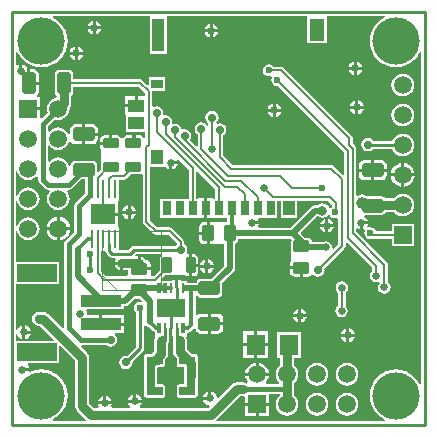
<source format=gbl>
G04 Layer_Physical_Order=2*
G04 Layer_Color=16711680*
%FSLAX24Y24*%
%MOIN*%
G70*
G01*
G75*
%ADD25R,0.0551X0.0433*%
G04:AMPARAMS|DCode=27|XSize=55.1mil|YSize=39.4mil|CornerRadius=4.9mil|HoleSize=0mil|Usage=FLASHONLY|Rotation=270.000|XOffset=0mil|YOffset=0mil|HoleType=Round|Shape=RoundedRectangle|*
%AMROUNDEDRECTD27*
21,1,0.0551,0.0295,0,0,270.0*
21,1,0.0453,0.0394,0,0,270.0*
1,1,0.0098,-0.0148,-0.0226*
1,1,0.0098,-0.0148,0.0226*
1,1,0.0098,0.0148,0.0226*
1,1,0.0098,0.0148,-0.0226*
%
%ADD27ROUNDEDRECTD27*%
G04:AMPARAMS|DCode=33|XSize=55.1mil|YSize=39.4mil|CornerRadius=4.9mil|HoleSize=0mil|Usage=FLASHONLY|Rotation=0.000|XOffset=0mil|YOffset=0mil|HoleType=Round|Shape=RoundedRectangle|*
%AMROUNDEDRECTD33*
21,1,0.0551,0.0295,0,0,0.0*
21,1,0.0453,0.0394,0,0,0.0*
1,1,0.0098,0.0226,-0.0148*
1,1,0.0098,-0.0226,-0.0148*
1,1,0.0098,-0.0226,0.0148*
1,1,0.0098,0.0226,0.0148*
%
%ADD33ROUNDEDRECTD33*%
G04:AMPARAMS|DCode=34|XSize=51.2mil|YSize=31.5mil|CornerRadius=3.9mil|HoleSize=0mil|Usage=FLASHONLY|Rotation=0.000|XOffset=0mil|YOffset=0mil|HoleType=Round|Shape=RoundedRectangle|*
%AMROUNDEDRECTD34*
21,1,0.0512,0.0236,0,0,0.0*
21,1,0.0433,0.0315,0,0,0.0*
1,1,0.0079,0.0217,-0.0118*
1,1,0.0079,-0.0217,-0.0118*
1,1,0.0079,-0.0217,0.0118*
1,1,0.0079,0.0217,0.0118*
%
%ADD34ROUNDEDRECTD34*%
%ADD36C,0.0100*%
%ADD37C,0.0300*%
%ADD38C,0.0080*%
%ADD39C,0.0200*%
%ADD40C,0.0120*%
%ADD42C,0.0000*%
%ADD43C,0.1575*%
%ADD44C,0.0591*%
%ADD45R,0.0591X0.0591*%
%ADD46R,0.0591X0.0591*%
%ADD47C,0.0256*%
%ADD48C,0.0315*%
%ADD49C,0.0236*%
%ADD50C,0.0276*%
%ADD51C,0.0394*%
%ADD52C,0.0260*%
G04:AMPARAMS|DCode=53|XSize=32mil|YSize=27.6mil|CornerRadius=0.1mil|HoleSize=0mil|Usage=FLASHONLY|Rotation=0.000|XOffset=0mil|YOffset=0mil|HoleType=Round|Shape=RoundedRectangle|*
%AMROUNDEDRECTD53*
21,1,0.0320,0.0273,0,0,0.0*
21,1,0.0317,0.0276,0,0,0.0*
1,1,0.0003,0.0158,-0.0136*
1,1,0.0003,-0.0158,-0.0136*
1,1,0.0003,-0.0158,0.0136*
1,1,0.0003,0.0158,0.0136*
%
%ADD53ROUNDEDRECTD53*%
G04:AMPARAMS|DCode=54|XSize=129.9mil|YSize=27.6mil|CornerRadius=0.1mil|HoleSize=0mil|Usage=FLASHONLY|Rotation=270.000|XOffset=0mil|YOffset=0mil|HoleType=Round|Shape=RoundedRectangle|*
%AMROUNDEDRECTD54*
21,1,0.1299,0.0273,0,0,270.0*
21,1,0.1296,0.0276,0,0,270.0*
1,1,0.0003,-0.0136,-0.0648*
1,1,0.0003,-0.0136,0.0648*
1,1,0.0003,0.0136,0.0648*
1,1,0.0003,0.0136,-0.0648*
%
%ADD54ROUNDEDRECTD54*%
G04:AMPARAMS|DCode=55|XSize=70.9mil|YSize=45.3mil|CornerRadius=5.7mil|HoleSize=0mil|Usage=FLASHONLY|Rotation=0.000|XOffset=0mil|YOffset=0mil|HoleType=Round|Shape=RoundedRectangle|*
%AMROUNDEDRECTD55*
21,1,0.0709,0.0340,0,0,0.0*
21,1,0.0595,0.0453,0,0,0.0*
1,1,0.0113,0.0298,-0.0170*
1,1,0.0113,-0.0298,-0.0170*
1,1,0.0113,-0.0298,0.0170*
1,1,0.0113,0.0298,0.0170*
%
%ADD55ROUNDEDRECTD55*%
%ADD56R,0.0630X0.0709*%
%ADD57R,0.0394X0.0472*%
%ADD58R,0.0276X0.0472*%
%ADD59R,0.0394X0.0315*%
%ADD60R,0.0394X0.1102*%
%ADD61R,0.0512X0.0748*%
%ADD62R,0.1378X0.0394*%
%ADD63R,0.1339X0.0591*%
G04:AMPARAMS|DCode=64|XSize=70.9mil|YSize=45.3mil|CornerRadius=5.7mil|HoleSize=0mil|Usage=FLASHONLY|Rotation=270.000|XOffset=0mil|YOffset=0mil|HoleType=Round|Shape=RoundedRectangle|*
%AMROUNDEDRECTD64*
21,1,0.0709,0.0340,0,0,270.0*
21,1,0.0595,0.0453,0,0,270.0*
1,1,0.0113,-0.0170,-0.0298*
1,1,0.0113,-0.0170,0.0298*
1,1,0.0113,0.0170,0.0298*
1,1,0.0113,0.0170,-0.0298*
%
%ADD64ROUNDEDRECTD64*%
%ADD65R,0.0118X0.0335*%
%ADD66R,0.0115X0.0335*%
%ADD67R,0.0110X0.0335*%
%ADD68R,0.0925X0.0622*%
G04:AMPARAMS|DCode=69|XSize=51.2mil|YSize=31.5mil|CornerRadius=3.9mil|HoleSize=0mil|Usage=FLASHONLY|Rotation=270.000|XOffset=0mil|YOffset=0mil|HoleType=Round|Shape=RoundedRectangle|*
%AMROUNDEDRECTD69*
21,1,0.0512,0.0236,0,0,270.0*
21,1,0.0433,0.0315,0,0,270.0*
1,1,0.0079,-0.0118,-0.0217*
1,1,0.0079,-0.0118,0.0217*
1,1,0.0079,0.0118,0.0217*
1,1,0.0079,0.0118,-0.0217*
%
%ADD69ROUNDEDRECTD69*%
%ADD70R,0.0787X0.0709*%
%ADD71R,0.0098X0.0610*%
%ADD72C,0.0160*%
G36*
X39349Y36266D02*
X39349Y36235D01*
Y35358D01*
X40021D01*
Y36235D01*
X40021Y36266D01*
X40063Y36285D01*
X41947D01*
X41954Y36276D01*
X41938Y36211D01*
X41839Y36158D01*
X41707Y36049D01*
X41598Y35917D01*
X41518Y35767D01*
X41468Y35603D01*
X41451Y35433D01*
X41468Y35263D01*
X41518Y35100D01*
X41598Y34949D01*
X41707Y34817D01*
X41839Y34708D01*
X41989Y34628D01*
X42153Y34578D01*
X42323Y34561D01*
X42493Y34578D01*
X42656Y34628D01*
X42807Y34708D01*
X42939Y34817D01*
X43048Y34949D01*
X43101Y35049D01*
X43166Y35064D01*
X43175Y35058D01*
Y23998D01*
X43166Y23991D01*
X43101Y24007D01*
X43048Y24106D01*
X42939Y24238D01*
X42807Y24347D01*
X42656Y24427D01*
X42493Y24477D01*
X42323Y24494D01*
X42153Y24477D01*
X41989Y24427D01*
X41839Y24347D01*
X41707Y24238D01*
X41598Y24106D01*
X41518Y23956D01*
X41468Y23792D01*
X41451Y23622D01*
X41468Y23452D01*
X41518Y23289D01*
X41598Y23138D01*
X41707Y23006D01*
X41839Y22897D01*
X41938Y22844D01*
X41954Y22779D01*
X41947Y22770D01*
X36356D01*
X36341Y22820D01*
X36343Y22822D01*
X37125Y23603D01*
X37228D01*
X37264Y23610D01*
X37302Y23579D01*
Y23378D01*
X38093D01*
Y23675D01*
X38463D01*
Y23621D01*
X38430Y23595D01*
X38370Y23517D01*
X38332Y23426D01*
X38319Y23328D01*
X38332Y23230D01*
X38370Y23139D01*
X38430Y23060D01*
X38508Y23000D01*
X38600Y22962D01*
X38698Y22949D01*
X38796Y22962D01*
X38887Y23000D01*
X38965Y23060D01*
X39025Y23139D01*
X39063Y23230D01*
X39076Y23328D01*
X39063Y23426D01*
X39025Y23517D01*
X38965Y23595D01*
X38932Y23621D01*
Y24035D01*
X38965Y24060D01*
X39025Y24139D01*
X39063Y24230D01*
X39076Y24328D01*
X39063Y24426D01*
X39025Y24517D01*
X38965Y24595D01*
X38932Y24621D01*
Y24883D01*
X39154D01*
Y25752D01*
X38364D01*
Y24883D01*
X38463D01*
Y24621D01*
X38430Y24595D01*
X38370Y24517D01*
X38332Y24426D01*
X38319Y24328D01*
X38332Y24230D01*
X38370Y24139D01*
X38430Y24060D01*
X38442Y24051D01*
X38425Y24001D01*
X37995D01*
X37993Y24007D01*
X37983Y24051D01*
X38043Y24128D01*
X38083Y24225D01*
X38090Y24278D01*
X37305D01*
X37312Y24225D01*
X37352Y24128D01*
X37381Y24091D01*
X37369Y24025D01*
X37365Y24022D01*
X37317Y24054D01*
X37228Y24072D01*
X37028D01*
X37028Y24072D01*
X36938Y24054D01*
X36862Y24004D01*
X36862Y24004D01*
X36408Y23550D01*
X36354Y23567D01*
X36342Y23627D01*
X36292Y23702D01*
X36216Y23753D01*
X36178Y23760D01*
Y23538D01*
X36128D01*
Y23488D01*
X35905D01*
X35913Y23449D01*
X35963Y23373D01*
X36039Y23323D01*
X36099Y23311D01*
X36115Y23257D01*
X36080Y23222D01*
X33805D01*
X33790Y23272D01*
X33792Y23273D01*
X33842Y23349D01*
X33850Y23388D01*
X33405D01*
X33413Y23349D01*
X33463Y23273D01*
X33465Y23272D01*
X33450Y23222D01*
X32851D01*
X32825Y23272D01*
X32842Y23299D01*
X32850Y23338D01*
X32405D01*
X32413Y23299D01*
X32431Y23272D01*
X32404Y23222D01*
X32255D01*
X32112Y23365D01*
Y24888D01*
X32112Y24888D01*
X32094Y24978D01*
X32043Y25054D01*
X31831Y25266D01*
X31832Y25275D01*
X31853Y25315D01*
X32670D01*
X32733Y25273D01*
X32818Y25256D01*
X32903Y25273D01*
X32975Y25321D01*
X33023Y25393D01*
X33040Y25478D01*
X33023Y25563D01*
X32975Y25635D01*
X32956Y25647D01*
X32971Y25697D01*
X33279D01*
Y25944D01*
X32490D01*
Y25994D01*
X32440D01*
Y26291D01*
X32066D01*
X32034Y26330D01*
X32036Y26338D01*
X32018Y26427D01*
X31999Y26455D01*
X32026Y26505D01*
X33259D01*
Y26604D01*
X33289D01*
X33360Y26618D01*
X33419Y26658D01*
X33615Y26854D01*
X33797D01*
X33864Y26788D01*
X33839Y26741D01*
X33798Y26750D01*
X33720Y26734D01*
X33655Y26691D01*
X33611Y26625D01*
X33596Y26548D01*
X33611Y26470D01*
X33655Y26405D01*
X33665Y26398D01*
Y25253D01*
X33356Y24944D01*
X33328Y24950D01*
X33243Y24933D01*
X33171Y24885D01*
X33122Y24813D01*
X33105Y24728D01*
X33122Y24643D01*
X33171Y24571D01*
X33243Y24523D01*
X33328Y24506D01*
X33413Y24523D01*
X33485Y24571D01*
X33533Y24643D01*
X33550Y24728D01*
X33544Y24757D01*
X33891Y25104D01*
X33920Y25147D01*
X33930Y25198D01*
Y25953D01*
X33980Y25968D01*
X33998Y25941D01*
X34057Y25902D01*
X34123Y25889D01*
X34241Y25771D01*
X34284Y25742D01*
X34295Y25740D01*
Y25617D01*
X34295Y25617D01*
X34295D01*
X34308Y25567D01*
X34282Y25528D01*
X34264Y25438D01*
Y25116D01*
X34229Y25081D01*
X34187Y25019D01*
X34022D01*
X33990Y25013D01*
X33963Y24995D01*
X33945Y24968D01*
X33939Y24936D01*
Y23640D01*
X33945Y23608D01*
X33963Y23581D01*
X33990Y23563D01*
X34022Y23557D01*
X34553D01*
X34585Y23563D01*
X34612Y23581D01*
X34630Y23608D01*
X34636Y23640D01*
Y23912D01*
X34630Y23944D01*
X34612Y23971D01*
X34585Y23989D01*
X34553Y23995D01*
X34378D01*
Y24551D01*
X34394Y24565D01*
X34470Y24580D01*
X34553D01*
X34585Y24587D01*
X34612Y24605D01*
X34630Y24631D01*
X34636Y24663D01*
Y24825D01*
X34664Y24853D01*
X34715Y24929D01*
X34733Y25019D01*
Y25361D01*
X34744Y25377D01*
X34751Y25413D01*
X34754Y25416D01*
X34764Y25467D01*
Y25597D01*
X34778D01*
Y25865D01*
X34878D01*
Y25597D01*
X34892D01*
Y25467D01*
X34893Y25464D01*
Y25088D01*
X34911Y24998D01*
X34962Y24922D01*
X35019Y24865D01*
Y24663D01*
X35026Y24631D01*
X35043Y24605D01*
X35070Y24587D01*
X35102Y24580D01*
X35262D01*
Y24288D01*
X35277Y24212D01*
Y23995D01*
X35102D01*
X35070Y23989D01*
X35043Y23971D01*
X35026Y23944D01*
X35019Y23912D01*
Y23640D01*
X35026Y23608D01*
X35043Y23581D01*
X35070Y23563D01*
X35102Y23557D01*
X35633D01*
X35665Y23563D01*
X35692Y23581D01*
X35710Y23608D01*
X35716Y23640D01*
Y24212D01*
X35731Y24288D01*
Y24718D01*
X35716Y24794D01*
Y24936D01*
X35710Y24968D01*
X35692Y24995D01*
X35665Y25013D01*
X35633Y25019D01*
X35528D01*
X35362Y25185D01*
Y25467D01*
X35344Y25557D01*
X35333Y25573D01*
X35357Y25617D01*
X35361D01*
Y25703D01*
X35404Y25722D01*
X35459Y25733D01*
X35505Y25764D01*
X35600Y25859D01*
X35635Y25851D01*
X35651Y25841D01*
X35662Y25786D01*
X35697Y25735D01*
X35749Y25700D01*
X35810Y25688D01*
X36058D01*
Y26017D01*
Y26347D01*
X35810D01*
X35749Y26335D01*
X35700Y26302D01*
X35683Y26306D01*
X35650Y26320D01*
Y26931D01*
X35700Y26947D01*
X35711Y26930D01*
X35757Y26900D01*
X35810Y26889D01*
X36405D01*
X36459Y26900D01*
X36504Y26930D01*
X36534Y26975D01*
X36545Y27029D01*
Y27368D01*
X36543Y27375D01*
X36912Y27743D01*
X36951Y27802D01*
X36965Y27873D01*
Y28687D01*
X36980Y28690D01*
X37023Y28718D01*
X37051Y28761D01*
X37061Y28811D01*
Y28854D01*
X38812D01*
X38848Y28818D01*
X38829Y28790D01*
X38819Y28740D01*
Y28444D01*
X38823Y28425D01*
X38823Y28425D01*
Y28108D01*
X38811Y28089D01*
X38799Y28031D01*
Y27933D01*
X39178D01*
Y27883D01*
X39228D01*
Y27584D01*
X39404D01*
X39462Y27595D01*
X39512Y27628D01*
X39518Y27639D01*
X39541Y27644D01*
X39582Y27643D01*
X39643Y27603D01*
X39728Y27586D01*
X39813Y27603D01*
X39885Y27651D01*
X39933Y27723D01*
X39950Y27808D01*
X39941Y27849D01*
X40614Y28521D01*
X40641Y28561D01*
X40650Y28608D01*
Y28717D01*
X40696Y28736D01*
X41545Y27887D01*
Y27786D01*
X41518Y27768D01*
X41472Y27699D01*
X41456Y27618D01*
X41472Y27537D01*
X41518Y27468D01*
X41586Y27422D01*
X41668Y27406D01*
X41730Y27418D01*
X41777Y27394D01*
X41786Y27387D01*
X41786Y27385D01*
X41783Y27373D01*
X41741Y27309D01*
X41725Y27228D01*
X41741Y27147D01*
X41787Y27078D01*
X41856Y27032D01*
X41937Y27016D01*
X42018Y27032D01*
X42087Y27078D01*
X42133Y27147D01*
X42149Y27228D01*
X42133Y27309D01*
X42087Y27378D01*
X42059Y27397D01*
Y27978D01*
X42050Y28025D01*
X42024Y28065D01*
X41010Y29078D01*
Y29166D01*
X41060Y29192D01*
X41089Y29173D01*
X41128Y29165D01*
Y29388D01*
X41178D01*
Y29438D01*
X41400D01*
X41392Y29477D01*
X41342Y29552D01*
X41273Y29598D01*
X41273Y29624D01*
X41281Y29648D01*
X41855D01*
X41909Y29659D01*
X41954Y29689D01*
X41984Y29734D01*
X41988Y29753D01*
X42257D01*
X42290Y29710D01*
X42368Y29650D01*
X42460Y29612D01*
X42558Y29599D01*
X42656Y29612D01*
X42747Y29650D01*
X42825Y29710D01*
X42885Y29789D01*
X42923Y29880D01*
X42936Y29978D01*
X42923Y30076D01*
X42885Y30167D01*
X42825Y30245D01*
X42747Y30306D01*
X42656Y30343D01*
X42558Y30356D01*
X42460Y30343D01*
X42368Y30306D01*
X42290Y30245D01*
X42272Y30222D01*
X41956D01*
X41954Y30226D01*
X41909Y30256D01*
X41855Y30266D01*
X41378D01*
X41347Y30290D01*
X41280Y30318D01*
X41208Y30327D01*
X41135Y30318D01*
X41068Y30290D01*
X41060Y30283D01*
X41010Y30308D01*
Y31854D01*
X41001Y31901D01*
X40974Y31941D01*
X40890Y32025D01*
Y32198D01*
X40881Y32245D01*
X40854Y32284D01*
X38589Y34549D01*
X38550Y34576D01*
X38503Y34585D01*
X38249D01*
X38235Y34605D01*
X38170Y34649D01*
X38092Y34665D01*
X38015Y34649D01*
X37950Y34605D01*
X37906Y34540D01*
X37890Y34463D01*
X37906Y34385D01*
X37950Y34320D01*
X38015Y34276D01*
X38092Y34261D01*
X38170Y34276D01*
X38173Y34278D01*
X38209Y34242D01*
X38191Y34215D01*
X38176Y34138D01*
X38191Y34060D01*
X38235Y33995D01*
X38300Y33951D01*
X38378Y33936D01*
X38402Y33941D01*
X40605Y31737D01*
Y30999D01*
X40559Y30979D01*
X40264Y31274D01*
X40224Y31301D01*
X40178Y31310D01*
X36888D01*
X36580Y31618D01*
Y32298D01*
X36615Y32321D01*
X36663Y32393D01*
X36680Y32478D01*
X36663Y32563D01*
X36615Y32635D01*
X36543Y32683D01*
X36458Y32700D01*
X36373Y32683D01*
X36345Y32725D01*
X36355Y32731D01*
X36403Y32803D01*
X36420Y32888D01*
X36403Y32973D01*
X36355Y33045D01*
X36283Y33093D01*
X36198Y33110D01*
X36113Y33093D01*
X36041Y33045D01*
X35992Y32973D01*
X35975Y32888D01*
X35992Y32803D01*
X36041Y32731D01*
X36077Y32706D01*
Y32631D01*
X36027Y32616D01*
X35995Y32665D01*
X35923Y32713D01*
X35838Y32730D01*
X35753Y32713D01*
X35681Y32665D01*
X35632Y32593D01*
X35615Y32508D01*
X35632Y32423D01*
X35681Y32351D01*
X35715Y32328D01*
Y31952D01*
X35669Y31933D01*
X35456Y32146D01*
X35490Y32197D01*
X35507Y32282D01*
X35490Y32367D01*
X35442Y32439D01*
X35370Y32487D01*
X35285Y32504D01*
X35224Y32492D01*
X35167Y32521D01*
X35163Y32543D01*
X35115Y32615D01*
X35043Y32663D01*
X34958Y32680D01*
X34905Y32669D01*
X34862Y32712D01*
X34870Y32748D01*
X34853Y32833D01*
X34805Y32905D01*
X34733Y32953D01*
X34648Y32970D01*
X34605Y32961D01*
X34563Y33004D01*
X34570Y33038D01*
X34553Y33123D01*
X34505Y33195D01*
X34433Y33243D01*
X34348Y33260D01*
X34263Y33243D01*
X34254Y33237D01*
X34210Y33261D01*
Y33758D01*
X34215Y33764D01*
X34647D01*
Y34239D01*
X34093D01*
Y33990D01*
X34047Y33971D01*
X33894Y34124D01*
X33854Y34151D01*
X33808Y34160D01*
X31577D01*
Y34336D01*
X31567Y34389D01*
X31536Y34434D01*
X31491Y34464D01*
X31438Y34475D01*
X31098D01*
X31045Y34464D01*
X31000Y34434D01*
X30970Y34389D01*
X30959Y34336D01*
Y33740D01*
X30970Y33687D01*
X31000Y33642D01*
X31034Y33619D01*
Y33561D01*
X30980Y33553D01*
X30888Y33516D01*
X30810Y33455D01*
X30750Y33377D01*
X30712Y33286D01*
X30699Y33188D01*
X30712Y33090D01*
X30723Y33064D01*
X30519Y32860D01*
X30473Y32879D01*
Y33138D01*
X30078D01*
Y33238D01*
X30473D01*
Y33583D01*
X30394D01*
X30380Y33608D01*
X30374Y33633D01*
X30404Y33679D01*
X30416Y33740D01*
Y33988D01*
X30087D01*
Y34038D01*
X30037D01*
Y34535D01*
X29992Y34602D01*
X29917Y34653D01*
X29878Y34660D01*
Y34438D01*
X29778D01*
Y34660D01*
X29739Y34653D01*
X29710Y34633D01*
X29660Y34660D01*
Y35058D01*
X29669Y35064D01*
X29734Y35049D01*
X29787Y34949D01*
X29896Y34817D01*
X30028Y34708D01*
X30178Y34628D01*
X30342Y34578D01*
X30512Y34561D01*
X30682Y34578D01*
X30845Y34628D01*
X30996Y34708D01*
X31128Y34817D01*
X31237Y34949D01*
X31317Y35100D01*
X31367Y35263D01*
X31383Y35433D01*
X31367Y35603D01*
X31317Y35767D01*
X31237Y35917D01*
X31128Y36049D01*
X30996Y36158D01*
X30896Y36211D01*
X30881Y36276D01*
X30887Y36285D01*
X34086D01*
X34129Y36266D01*
X34129Y36235D01*
Y35004D01*
X34682D01*
Y36235D01*
X34682Y36266D01*
X34725Y36285D01*
X39307D01*
X39349Y36266D01*
D02*
G37*
G36*
X33846Y31010D02*
X33885Y30983D01*
Y29418D01*
X33895Y29371D01*
X33921Y29331D01*
X34231Y29021D01*
X34271Y28995D01*
X34318Y28985D01*
X34737D01*
X35020Y28702D01*
X35016Y28645D01*
X35001Y28635D01*
X34984Y28610D01*
X33588D01*
X33537Y28600D01*
X33494Y28572D01*
X33403Y28480D01*
X33100D01*
Y29226D01*
X33071D01*
Y29618D01*
X32578D01*
Y29718D01*
X33071D01*
Y30109D01*
X33100D01*
Y30815D01*
X33271D01*
X33318Y30825D01*
X33358Y30851D01*
X33511Y31004D01*
X33794D01*
X33835Y31012D01*
X33846Y31010D01*
D02*
G37*
G36*
X40205Y29977D02*
Y29920D01*
X40152Y29884D01*
X40136Y29883D01*
X40094Y29892D01*
X40049Y29959D01*
X39970Y30011D01*
X39878Y30030D01*
X39785Y30011D01*
X39725Y29971D01*
X39638D01*
X39567Y29957D01*
X39508Y29918D01*
X38812Y29221D01*
X37751D01*
X37724Y29271D01*
X37742Y29299D01*
X37750Y29338D01*
X37528D01*
Y29438D01*
X37750D01*
X37742Y29477D01*
X37723Y29505D01*
X37750Y29555D01*
X37932D01*
Y29551D01*
X38367D01*
Y30115D01*
X38483D01*
Y29551D01*
X39037D01*
Y30115D01*
X40067D01*
X40205Y29977D01*
D02*
G37*
G36*
X29712Y31090D02*
X29750Y30999D01*
X29810Y30920D01*
X29888Y30860D01*
X29980Y30822D01*
X30078Y30809D01*
X30176Y30822D01*
X30267Y30860D01*
X30345Y30920D01*
X30357Y30936D01*
X30404Y30920D01*
Y30818D01*
X30417Y30755D01*
X30452Y30702D01*
X30627Y30528D01*
X30680Y30492D01*
X30742Y30480D01*
X30766D01*
X30790Y30430D01*
X30750Y30377D01*
X30712Y30286D01*
X30699Y30188D01*
X30712Y30090D01*
X30750Y29999D01*
X30810Y29920D01*
X30888Y29860D01*
X30980Y29822D01*
X31078Y29809D01*
X31176Y29822D01*
X31267Y29860D01*
X31345Y29920D01*
X31405Y29999D01*
X31443Y30090D01*
X31456Y30188D01*
X31443Y30286D01*
X31405Y30377D01*
X31365Y30430D01*
X31389Y30480D01*
X31423D01*
X31486Y30492D01*
X31539Y30528D01*
X31849Y30838D01*
X31965D01*
Y30366D01*
X31662Y30063D01*
X31627Y30010D01*
X31614Y29948D01*
Y29075D01*
X31312Y28773D01*
X31277Y28720D01*
X31264Y28658D01*
Y25903D01*
X31224Y25882D01*
X31216Y25881D01*
X30743Y26354D01*
X30667Y26404D01*
X30578Y26422D01*
X30428D01*
X30338Y26404D01*
X30262Y26354D01*
X30211Y26278D01*
X30193Y26188D01*
X30211Y26098D01*
X30262Y26022D01*
X30338Y25971D01*
X30428Y25953D01*
X30480D01*
X30943Y25490D01*
X30924Y25444D01*
X29660D01*
Y25658D01*
X29710Y25663D01*
X29713Y25649D01*
X29763Y25573D01*
X29839Y25523D01*
X29878Y25515D01*
Y25738D01*
Y25960D01*
X29839Y25953D01*
X29763Y25902D01*
X29713Y25827D01*
X29710Y25813D01*
X29660Y25818D01*
Y27331D01*
X31099D01*
Y28082D01*
X29660D01*
Y29101D01*
X29710Y29104D01*
X29712Y29090D01*
X29750Y28999D01*
X29810Y28920D01*
X29888Y28860D01*
X29980Y28822D01*
X30078Y28809D01*
X30176Y28822D01*
X30267Y28860D01*
X30345Y28920D01*
X30405Y28999D01*
X30443Y29090D01*
X30456Y29188D01*
X30443Y29286D01*
X30405Y29377D01*
X30345Y29455D01*
X30267Y29516D01*
X30176Y29553D01*
X30078Y29566D01*
X29980Y29553D01*
X29888Y29516D01*
X29810Y29455D01*
X29750Y29377D01*
X29712Y29286D01*
X29710Y29272D01*
X29660Y29275D01*
Y30101D01*
X29710Y30104D01*
X29712Y30090D01*
X29750Y29999D01*
X29810Y29920D01*
X29888Y29860D01*
X29980Y29822D01*
X30078Y29809D01*
X30176Y29822D01*
X30267Y29860D01*
X30345Y29920D01*
X30405Y29999D01*
X30443Y30090D01*
X30456Y30188D01*
X30443Y30286D01*
X30405Y30377D01*
X30345Y30455D01*
X30267Y30516D01*
X30176Y30553D01*
X30078Y30566D01*
X29980Y30553D01*
X29888Y30516D01*
X29810Y30455D01*
X29750Y30377D01*
X29712Y30286D01*
X29710Y30272D01*
X29660Y30275D01*
Y31101D01*
X29710Y31104D01*
X29712Y31090D01*
D02*
G37*
G36*
X34528Y28299D02*
X34527Y28295D01*
X34490Y28270D01*
X34463Y28231D01*
X34454Y28184D01*
Y27807D01*
X34257Y27610D01*
X34186D01*
X34180Y27614D01*
X34149Y27660D01*
X34156Y27694D01*
Y27792D01*
X33778D01*
Y27892D01*
X34156D01*
Y27990D01*
X34144Y28048D01*
X34112Y28097D01*
X34062Y28130D01*
X34004Y28142D01*
X33985D01*
X33943Y28204D01*
X33867Y28254D01*
X33828Y28262D01*
Y28038D01*
X33728D01*
Y28272D01*
X33660D01*
X33636Y28322D01*
X33654Y28345D01*
X34511D01*
X34528Y28299D01*
D02*
G37*
G36*
X35429Y31148D02*
Y30184D01*
X35333D01*
Y30180D01*
X34903D01*
Y30184D01*
X34467D01*
Y29551D01*
X34900D01*
Y29547D01*
X35336D01*
Y29551D01*
X35746D01*
Y29527D01*
X35934D01*
Y29863D01*
Y30200D01*
X35746D01*
Y30184D01*
X35674D01*
Y31064D01*
X35720Y31083D01*
X36295Y30508D01*
Y30184D01*
X36222D01*
Y30200D01*
X36034D01*
Y29863D01*
Y29527D01*
X36222D01*
Y29551D01*
X36633D01*
Y29547D01*
X36708D01*
Y29396D01*
X36634D01*
X36615Y29392D01*
X36615Y29392D01*
X36298D01*
X36279Y29405D01*
X36221Y29416D01*
X36123D01*
Y29038D01*
Y28659D01*
X36221D01*
X36279Y28671D01*
X36298Y28683D01*
X36598D01*
Y27949D01*
X36157Y27507D01*
X35810D01*
X35757Y27497D01*
X35711Y27467D01*
X35681Y27421D01*
X35674Y27387D01*
X35357D01*
Y27450D01*
X35180D01*
Y27470D01*
X35075D01*
Y27203D01*
X34975D01*
Y27470D01*
X34870D01*
Y27450D01*
X34509D01*
X34489Y27497D01*
X34622Y27630D01*
X34812D01*
X34859Y27639D01*
X34869Y27645D01*
X34881Y27633D01*
X35289D01*
X35309Y27620D01*
X35363Y27609D01*
X35431D01*
Y27968D01*
Y28326D01*
X35378D01*
X35355Y28360D01*
X35351Y28375D01*
X35363Y28393D01*
X35380Y28478D01*
X35363Y28563D01*
X35315Y28635D01*
X35280Y28658D01*
Y28738D01*
X35271Y28785D01*
X35244Y28824D01*
X34874Y29194D01*
X34834Y29221D01*
X34788Y29230D01*
X34368D01*
X34130Y29468D01*
Y31244D01*
X34647D01*
X34647Y31244D01*
Y31244D01*
X34657Y31231D01*
X34663Y31223D01*
X34681Y31211D01*
X34739Y31173D01*
X34778Y31165D01*
Y31388D01*
X34828D01*
Y31438D01*
X35050D01*
X35046Y31461D01*
X35092Y31485D01*
X35429Y31148D01*
D02*
G37*
G36*
X32642Y28451D02*
X32652Y28400D01*
X32681Y28357D01*
X32784Y28254D01*
X32827Y28225D01*
X32878Y28215D01*
X32959D01*
X32986Y28165D01*
X32961Y28128D01*
X32953Y28088D01*
X33178D01*
Y28038D01*
X33228D01*
Y27803D01*
X33399D01*
Y27694D01*
X33406Y27660D01*
X33375Y27614D01*
X33369Y27610D01*
X32658D01*
X32503Y27765D01*
Y28456D01*
X32642D01*
Y28451D01*
D02*
G37*
G36*
X40121Y29634D02*
X40147Y29595D01*
X40212Y29551D01*
X40289Y29536D01*
X40355Y29549D01*
X40405Y29521D01*
Y28658D01*
X40250Y28503D01*
X40204Y28528D01*
X40210Y28558D01*
X40193Y28639D01*
X40147Y28708D01*
X40079Y28754D01*
X39998Y28770D01*
X39916Y28754D01*
X39898Y28741D01*
X39535D01*
X39526Y28790D01*
X39497Y28833D01*
X39454Y28861D01*
X39404Y28872D01*
X39313D01*
X39172Y29013D01*
Y29063D01*
X39714Y29604D01*
X39725D01*
X39785Y29564D01*
X39878Y29546D01*
X39970Y29564D01*
X40049Y29617D01*
X40061Y29635D01*
X40121Y29634D01*
D02*
G37*
G36*
X33965Y33707D02*
Y33600D01*
X33728D01*
Y33283D01*
X33678D01*
Y33233D01*
X33302D01*
Y32967D01*
X33322D01*
Y32396D01*
X33965D01*
Y32234D01*
X33915Y32219D01*
X33895Y32250D01*
X33848Y32281D01*
X33794Y32292D01*
X33678D01*
Y32038D01*
X33628D01*
Y32032D01*
X33528D01*
Y32292D01*
X33361D01*
X33307Y32281D01*
X33261Y32250D01*
X33230Y32204D01*
X33228Y32195D01*
X33177D01*
X33175Y32204D01*
X33145Y32250D01*
X33098Y32281D01*
X33044Y32292D01*
X32878D01*
Y32032D01*
X32828D01*
Y31981D01*
X32469D01*
Y31913D01*
X32480Y31859D01*
X32493Y31839D01*
Y31431D01*
X32505Y31419D01*
X32499Y31409D01*
X32489Y31362D01*
Y31163D01*
X32411Y31084D01*
X32365Y31103D01*
Y31317D01*
X32354Y31370D01*
X32324Y31416D01*
X32279Y31446D01*
X32225Y31456D01*
X31630D01*
X31577Y31446D01*
X31531Y31416D01*
X31501Y31370D01*
X31491Y31317D01*
Y31296D01*
X31443Y31286D01*
X31405Y31377D01*
X31345Y31455D01*
X31267Y31516D01*
X31176Y31553D01*
X31078Y31566D01*
X30980Y31553D01*
X30888Y31516D01*
X30810Y31455D01*
X30781Y31417D01*
X30731Y31434D01*
Y31941D01*
X30781Y31958D01*
X30810Y31920D01*
X30888Y31860D01*
X30980Y31822D01*
X31078Y31809D01*
X31176Y31822D01*
X31267Y31860D01*
X31345Y31920D01*
X31405Y31999D01*
X31439Y32079D01*
X31476Y32085D01*
X31492Y32083D01*
X31517Y32046D01*
X31569Y32011D01*
X31630Y31999D01*
X31878D01*
Y32328D01*
Y32658D01*
X31630D01*
X31569Y32646D01*
X31517Y32611D01*
X31482Y32559D01*
X31470Y32498D01*
Y32351D01*
X31420Y32341D01*
X31405Y32377D01*
X31345Y32455D01*
X31267Y32516D01*
X31176Y32553D01*
X31078Y32566D01*
X30980Y32553D01*
X30888Y32516D01*
X30810Y32455D01*
X30781Y32417D01*
X30731Y32434D01*
Y32610D01*
X30953Y32833D01*
X30980Y32822D01*
X31078Y32809D01*
X31176Y32822D01*
X31267Y32860D01*
X31345Y32920D01*
X31405Y32999D01*
X31443Y33090D01*
X31456Y33188D01*
X31450Y33236D01*
X31485Y33289D01*
X31503Y33378D01*
Y33619D01*
X31536Y33642D01*
X31567Y33687D01*
X31577Y33740D01*
Y33915D01*
X33757D01*
X33965Y33707D01*
D02*
G37*
G36*
X31643Y24791D02*
Y23268D01*
X31661Y23178D01*
X31712Y23102D01*
X31992Y22822D01*
X31994Y22820D01*
X31979Y22770D01*
X30887D01*
X30881Y22779D01*
X30896Y22844D01*
X30996Y22897D01*
X31128Y23006D01*
X31237Y23138D01*
X31317Y23289D01*
X31367Y23452D01*
X31383Y23622D01*
X31367Y23792D01*
X31317Y23956D01*
X31237Y24106D01*
X31128Y24238D01*
X30996Y24347D01*
X30845Y24427D01*
X30682Y24477D01*
X30512Y24494D01*
X30342Y24477D01*
X30178Y24427D01*
X30145Y24410D01*
X30108Y24438D01*
X29878D01*
Y24538D01*
X30100D01*
X30092Y24577D01*
X30048Y24644D01*
X30063Y24694D01*
X31099D01*
Y25269D01*
X31145Y25289D01*
X31643Y24791D01*
D02*
G37*
%LPC*%
G36*
X35741Y27918D02*
X35531D01*
Y27609D01*
X35599D01*
X35654Y27620D01*
X35700Y27651D01*
X35731Y27697D01*
X35741Y27751D01*
Y27918D01*
D02*
G37*
G36*
X39350Y26238D02*
X39178D01*
Y26065D01*
X39216Y26073D01*
X39292Y26123D01*
X39342Y26199D01*
X39350Y26238D01*
D02*
G37*
G36*
X36405Y26347D02*
X36158D01*
Y26067D01*
X36565D01*
Y26187D01*
X36553Y26248D01*
X36518Y26300D01*
X36466Y26335D01*
X36405Y26347D01*
D02*
G37*
G36*
X39078Y26510D02*
X39039Y26503D01*
X38963Y26452D01*
X38913Y26377D01*
X38905Y26338D01*
X39078D01*
Y26510D01*
D02*
G37*
G36*
X39178D02*
Y26338D01*
X39350D01*
X39342Y26377D01*
X39292Y26452D01*
X39216Y26503D01*
X39178Y26510D01*
D02*
G37*
G36*
X39128Y27833D02*
X38799D01*
Y27736D01*
X38811Y27678D01*
X38844Y27628D01*
X38893Y27595D01*
X38951Y27584D01*
X39128D01*
Y27833D01*
D02*
G37*
G36*
X40528Y27430D02*
X40446Y27414D01*
X40378Y27368D01*
X40332Y27299D01*
X40316Y27218D01*
X40332Y27137D01*
X40378Y27068D01*
X40405Y27049D01*
Y26616D01*
X40368Y26591D01*
X40322Y26522D01*
X40306Y26441D01*
X40322Y26360D01*
X40368Y26291D01*
X40436Y26245D01*
X40518Y26229D01*
X40599Y26245D01*
X40667Y26291D01*
X40713Y26360D01*
X40730Y26441D01*
X40713Y26522D01*
X40667Y26591D01*
X40650Y26603D01*
Y27049D01*
X40677Y27068D01*
X40723Y27137D01*
X40740Y27218D01*
X40723Y27299D01*
X40677Y27368D01*
X40609Y27414D01*
X40528Y27430D01*
D02*
G37*
G36*
X35978Y27888D02*
X35805D01*
X35813Y27849D01*
X35863Y27773D01*
X35939Y27723D01*
X35978Y27715D01*
Y27888D01*
D02*
G37*
G36*
X31470Y29138D02*
X31128D01*
Y28796D01*
X31181Y28803D01*
X31277Y28843D01*
X31359Y28906D01*
X31423Y28988D01*
X31463Y29085D01*
X31470Y29138D01*
D02*
G37*
G36*
X31028D02*
X30685D01*
X30692Y29085D01*
X30732Y28988D01*
X30796Y28906D01*
X30878Y28843D01*
X30974Y28803D01*
X31028Y28796D01*
Y29138D01*
D02*
G37*
G36*
X39978Y29238D02*
X39805D01*
X39813Y29199D01*
X39863Y29123D01*
X39939Y29073D01*
X39978Y29065D01*
Y29238D01*
D02*
G37*
G36*
X36023Y29416D02*
X35926D01*
X35867Y29405D01*
X35818Y29372D01*
X35785Y29322D01*
X35773Y29264D01*
Y29088D01*
X36023D01*
Y29416D01*
D02*
G37*
G36*
X40250Y29238D02*
X40078D01*
Y29065D01*
X40117Y29073D01*
X40192Y29123D01*
X40242Y29199D01*
X40250Y29238D01*
D02*
G37*
G36*
X36023Y28988D02*
X35773D01*
Y28811D01*
X35785Y28753D01*
X35818Y28704D01*
X35867Y28671D01*
X35926Y28659D01*
X36023D01*
Y28988D01*
D02*
G37*
G36*
X33128Y27988D02*
X32953D01*
X32961Y27948D01*
X33012Y27872D01*
X33088Y27821D01*
X33128Y27813D01*
Y27988D01*
D02*
G37*
G36*
X36250Y27888D02*
X36078D01*
Y27715D01*
X36116Y27723D01*
X36192Y27773D01*
X36242Y27849D01*
X36250Y27888D01*
D02*
G37*
G36*
X35978Y28160D02*
X35939Y28153D01*
X35863Y28102D01*
X35813Y28027D01*
X35805Y27988D01*
X35978D01*
Y28160D01*
D02*
G37*
G36*
X35599Y28326D02*
X35531D01*
Y28018D01*
X35741D01*
Y28184D01*
X35731Y28239D01*
X35700Y28285D01*
X35654Y28316D01*
X35599Y28326D01*
D02*
G37*
G36*
X36078Y28160D02*
Y27988D01*
X36250D01*
X36242Y28027D01*
X36192Y28102D01*
X36116Y28153D01*
X36078Y28160D01*
D02*
G37*
G36*
X39698Y24706D02*
X39600Y24693D01*
X39508Y24656D01*
X39430Y24595D01*
X39370Y24517D01*
X39332Y24426D01*
X39319Y24328D01*
X39332Y24230D01*
X39370Y24139D01*
X39430Y24060D01*
X39508Y24000D01*
X39600Y23962D01*
X39698Y23949D01*
X39796Y23962D01*
X39887Y24000D01*
X39965Y24060D01*
X40025Y24139D01*
X40063Y24230D01*
X40076Y24328D01*
X40063Y24426D01*
X40025Y24517D01*
X39965Y24595D01*
X39887Y24656D01*
X39796Y24693D01*
X39698Y24706D01*
D02*
G37*
G36*
X36078Y23760D02*
X36039Y23753D01*
X35963Y23702D01*
X35913Y23627D01*
X35905Y23588D01*
X36078D01*
Y23760D01*
D02*
G37*
G36*
X33678Y23660D02*
Y23488D01*
X33850D01*
X33842Y23527D01*
X33792Y23602D01*
X33716Y23653D01*
X33678Y23660D01*
D02*
G37*
G36*
X37748Y24720D02*
Y24378D01*
X38090D01*
X38083Y24431D01*
X38043Y24527D01*
X37979Y24610D01*
X37897Y24673D01*
X37801Y24713D01*
X37748Y24720D01*
D02*
G37*
G36*
X37648D02*
X37594Y24713D01*
X37498Y24673D01*
X37416Y24610D01*
X37352Y24527D01*
X37312Y24431D01*
X37305Y24378D01*
X37648D01*
Y24720D01*
D02*
G37*
G36*
X40698Y24706D02*
X40600Y24693D01*
X40508Y24656D01*
X40430Y24595D01*
X40370Y24517D01*
X40332Y24426D01*
X40319Y24328D01*
X40332Y24230D01*
X40370Y24139D01*
X40430Y24060D01*
X40508Y24000D01*
X40600Y23962D01*
X40698Y23949D01*
X40796Y23962D01*
X40887Y24000D01*
X40965Y24060D01*
X41025Y24139D01*
X41063Y24230D01*
X41076Y24328D01*
X41063Y24426D01*
X41025Y24517D01*
X40965Y24595D01*
X40887Y24656D01*
X40796Y24693D01*
X40698Y24706D01*
D02*
G37*
G36*
X33578Y23660D02*
X33539Y23653D01*
X33463Y23602D01*
X33413Y23527D01*
X33405Y23488D01*
X33578D01*
Y23660D01*
D02*
G37*
G36*
X39698Y23706D02*
X39600Y23693D01*
X39508Y23656D01*
X39430Y23595D01*
X39370Y23517D01*
X39332Y23426D01*
X39319Y23328D01*
X39332Y23230D01*
X39370Y23139D01*
X39430Y23060D01*
X39508Y23000D01*
X39600Y22962D01*
X39698Y22949D01*
X39796Y22962D01*
X39887Y23000D01*
X39965Y23060D01*
X40025Y23139D01*
X40063Y23230D01*
X40076Y23328D01*
X40063Y23426D01*
X40025Y23517D01*
X39965Y23595D01*
X39887Y23656D01*
X39796Y23693D01*
X39698Y23706D01*
D02*
G37*
G36*
X38093Y23278D02*
X37748D01*
Y22933D01*
X38093D01*
Y23278D01*
D02*
G37*
G36*
X37648D02*
X37302D01*
Y22933D01*
X37648D01*
Y23278D01*
D02*
G37*
G36*
X32678Y23610D02*
Y23438D01*
X32850D01*
X32842Y23477D01*
X32792Y23552D01*
X32717Y23603D01*
X32678Y23610D01*
D02*
G37*
G36*
X32578D02*
X32539Y23603D01*
X32463Y23552D01*
X32413Y23477D01*
X32405Y23438D01*
X32578D01*
Y23610D01*
D02*
G37*
G36*
X40698Y23706D02*
X40600Y23693D01*
X40508Y23656D01*
X40430Y23595D01*
X40370Y23517D01*
X40332Y23426D01*
X40319Y23328D01*
X40332Y23230D01*
X40370Y23139D01*
X40430Y23060D01*
X40508Y23000D01*
X40600Y22962D01*
X40698Y22949D01*
X40796Y22962D01*
X40887Y23000D01*
X40965Y23060D01*
X41025Y23139D01*
X41063Y23230D01*
X41076Y23328D01*
X41063Y23426D01*
X41025Y23517D01*
X40965Y23595D01*
X40887Y23656D01*
X40796Y23693D01*
X40698Y23706D01*
D02*
G37*
G36*
X36565Y25967D02*
X36158D01*
Y25688D01*
X36405D01*
X36466Y25700D01*
X36518Y25735D01*
X36553Y25786D01*
X36565Y25847D01*
Y25967D01*
D02*
G37*
G36*
X40778Y25860D02*
Y25688D01*
X40950D01*
X40942Y25727D01*
X40892Y25802D01*
X40816Y25853D01*
X40778Y25860D01*
D02*
G37*
G36*
X40678D02*
X40639Y25853D01*
X40563Y25802D01*
X40513Y25727D01*
X40505Y25688D01*
X40678D01*
Y25860D01*
D02*
G37*
G36*
X39078Y26238D02*
X38905D01*
X38913Y26199D01*
X38963Y26123D01*
X39039Y26073D01*
X39078Y26065D01*
Y26238D01*
D02*
G37*
G36*
X33279Y26291D02*
X32540D01*
Y26044D01*
X33279D01*
Y26291D01*
D02*
G37*
G36*
X29978Y25960D02*
Y25788D01*
X30150D01*
X30142Y25827D01*
X30092Y25902D01*
X30017Y25953D01*
X29978Y25960D01*
D02*
G37*
G36*
X30150Y25688D02*
X29978D01*
Y25515D01*
X30017Y25523D01*
X30092Y25573D01*
X30142Y25649D01*
X30150Y25688D01*
D02*
G37*
G36*
X37606Y25772D02*
X37241D01*
Y25368D01*
X37606D01*
Y25772D01*
D02*
G37*
G36*
X38071Y25268D02*
X37706D01*
Y24863D01*
X38071D01*
Y25268D01*
D02*
G37*
G36*
X37606D02*
X37241D01*
Y24863D01*
X37606D01*
Y25268D01*
D02*
G37*
G36*
X40950Y25588D02*
X40778D01*
Y25415D01*
X40816Y25423D01*
X40892Y25473D01*
X40942Y25549D01*
X40950Y25588D01*
D02*
G37*
G36*
X40678D02*
X40505D01*
X40513Y25549D01*
X40563Y25473D01*
X40639Y25423D01*
X40678Y25415D01*
Y25588D01*
D02*
G37*
G36*
X38071Y25772D02*
X37706D01*
Y25368D01*
X38071D01*
Y25772D01*
D02*
G37*
G36*
X42933Y29353D02*
X42182D01*
Y29100D01*
X41667D01*
X41664Y29115D01*
X41620Y29181D01*
X41555Y29224D01*
X41478Y29240D01*
X41403Y29225D01*
X41395Y29231D01*
X41369Y29263D01*
X41392Y29299D01*
X41400Y29338D01*
X41228D01*
Y29165D01*
X41266Y29173D01*
X41272Y29177D01*
X41308Y29141D01*
X41291Y29115D01*
X41276Y29038D01*
X41291Y28960D01*
X41335Y28895D01*
X41400Y28851D01*
X41478Y28836D01*
X41555Y28851D01*
X41561Y28855D01*
X42182D01*
Y28603D01*
X42933D01*
Y29353D01*
D02*
G37*
G36*
X40928Y34488D02*
X40755D01*
X40763Y34449D01*
X40813Y34373D01*
X40889Y34323D01*
X40928Y34315D01*
Y34488D01*
D02*
G37*
G36*
X30257Y34495D02*
X30137D01*
Y34088D01*
X30416D01*
Y34336D01*
X30404Y34397D01*
X30370Y34448D01*
X30318Y34483D01*
X30257Y34495D01*
D02*
G37*
G36*
X42558Y34356D02*
X42460Y34343D01*
X42368Y34306D01*
X42290Y34245D01*
X42230Y34167D01*
X42192Y34076D01*
X42179Y33978D01*
X42192Y33880D01*
X42230Y33789D01*
X42290Y33710D01*
X42368Y33650D01*
X42460Y33612D01*
X42558Y33599D01*
X42656Y33612D01*
X42747Y33650D01*
X42825Y33710D01*
X42885Y33789D01*
X42923Y33880D01*
X42936Y33978D01*
X42923Y34076D01*
X42885Y34167D01*
X42825Y34245D01*
X42747Y34306D01*
X42656Y34343D01*
X42558Y34356D01*
D02*
G37*
G36*
X41028Y34760D02*
Y34588D01*
X41200D01*
X41192Y34627D01*
X41142Y34702D01*
X41066Y34753D01*
X41028Y34760D01*
D02*
G37*
G36*
X40928D02*
X40889Y34753D01*
X40813Y34702D01*
X40763Y34627D01*
X40755Y34588D01*
X40928D01*
Y34760D01*
D02*
G37*
G36*
X41200Y34488D02*
X41028D01*
Y34315D01*
X41066Y34323D01*
X41142Y34373D01*
X41192Y34449D01*
X41200Y34488D01*
D02*
G37*
G36*
X38328Y33356D02*
Y33183D01*
X38500D01*
X38492Y33222D01*
X38442Y33297D01*
X38366Y33348D01*
X38328Y33356D01*
D02*
G37*
G36*
X38228D02*
X38189Y33348D01*
X38113Y33297D01*
X38063Y33222D01*
X38055Y33183D01*
X38228D01*
Y33356D01*
D02*
G37*
G36*
X41250Y33188D02*
X41078D01*
Y33015D01*
X41116Y33023D01*
X41192Y33073D01*
X41242Y33149D01*
X41250Y33188D01*
D02*
G37*
G36*
X33628Y33600D02*
X33302D01*
Y33333D01*
X33628D01*
Y33600D01*
D02*
G37*
G36*
X41078Y33460D02*
Y33288D01*
X41250D01*
X41242Y33327D01*
X41192Y33402D01*
X41116Y33453D01*
X41078Y33460D01*
D02*
G37*
G36*
X40978D02*
X40939Y33453D01*
X40863Y33402D01*
X40813Y33327D01*
X40805Y33288D01*
X40978D01*
Y33460D01*
D02*
G37*
G36*
X36128Y36010D02*
X36089Y36003D01*
X36013Y35952D01*
X35963Y35877D01*
X35955Y35838D01*
X36128D01*
Y36010D01*
D02*
G37*
G36*
X32500Y35838D02*
X32328D01*
Y35665D01*
X32366Y35673D01*
X32442Y35723D01*
X32492Y35799D01*
X32500Y35838D01*
D02*
G37*
G36*
X32228D02*
X32055D01*
X32063Y35799D01*
X32113Y35723D01*
X32189Y35673D01*
X32228Y35665D01*
Y35838D01*
D02*
G37*
G36*
X32328Y36110D02*
Y35938D01*
X32500D01*
X32492Y35977D01*
X32442Y36052D01*
X32366Y36103D01*
X32328Y36110D01*
D02*
G37*
G36*
X32228D02*
X32189Y36103D01*
X32113Y36052D01*
X32063Y35977D01*
X32055Y35938D01*
X32228D01*
Y36110D01*
D02*
G37*
G36*
X36228Y36010D02*
Y35838D01*
X36400D01*
X36392Y35877D01*
X36342Y35952D01*
X36267Y36003D01*
X36228Y36010D01*
D02*
G37*
G36*
X31628Y35260D02*
X31589Y35253D01*
X31513Y35202D01*
X31463Y35127D01*
X31455Y35088D01*
X31628D01*
Y35260D01*
D02*
G37*
G36*
X31900Y34988D02*
X31728D01*
Y34815D01*
X31767Y34823D01*
X31842Y34873D01*
X31892Y34949D01*
X31900Y34988D01*
D02*
G37*
G36*
X31628D02*
X31455D01*
X31463Y34949D01*
X31513Y34873D01*
X31589Y34823D01*
X31628Y34815D01*
Y34988D01*
D02*
G37*
G36*
X36400Y35738D02*
X36228D01*
Y35565D01*
X36267Y35573D01*
X36342Y35623D01*
X36392Y35699D01*
X36400Y35738D01*
D02*
G37*
G36*
X36128D02*
X35955D01*
X35963Y35699D01*
X36013Y35623D01*
X36089Y35573D01*
X36128Y35565D01*
Y35738D01*
D02*
G37*
G36*
X31728Y35260D02*
Y35088D01*
X31900D01*
X31892Y35127D01*
X31842Y35202D01*
X31767Y35253D01*
X31728Y35260D01*
D02*
G37*
G36*
X40978Y33188D02*
X40805D01*
X40813Y33149D01*
X40863Y33073D01*
X40939Y33023D01*
X40978Y33015D01*
Y33188D01*
D02*
G37*
G36*
X42508Y30928D02*
X42165D01*
X42172Y30875D01*
X42212Y30778D01*
X42276Y30696D01*
X42358Y30633D01*
X42454Y30593D01*
X42508Y30586D01*
Y30928D01*
D02*
G37*
G36*
X33482Y29960D02*
Y29788D01*
X33655D01*
X33647Y29827D01*
X33597Y29902D01*
X33521Y29953D01*
X33482Y29960D01*
D02*
G37*
G36*
X33382D02*
X33343Y29953D01*
X33268Y29902D01*
X33218Y29827D01*
X33210Y29788D01*
X33382D01*
Y29960D01*
D02*
G37*
G36*
X42015Y31088D02*
X41608D01*
Y30809D01*
X41855D01*
X41916Y30821D01*
X41968Y30856D01*
X42003Y30907D01*
X42015Y30969D01*
Y31088D01*
D02*
G37*
G36*
X41508D02*
X41100D01*
Y30969D01*
X41112Y30907D01*
X41147Y30856D01*
X41199Y30821D01*
X41260Y30809D01*
X41508D01*
Y31088D01*
D02*
G37*
G36*
X42950Y30928D02*
X42608D01*
Y30586D01*
X42661Y30593D01*
X42757Y30633D01*
X42839Y30696D01*
X42903Y30778D01*
X42943Y30875D01*
X42950Y30928D01*
D02*
G37*
G36*
X39978Y29510D02*
X39939Y29503D01*
X39863Y29452D01*
X39813Y29377D01*
X39805Y29338D01*
X39978D01*
Y29510D01*
D02*
G37*
G36*
X31128Y29580D02*
Y29238D01*
X31470D01*
X31463Y29291D01*
X31423Y29387D01*
X31359Y29470D01*
X31277Y29533D01*
X31181Y29573D01*
X31128Y29580D01*
D02*
G37*
G36*
X31028D02*
X30974Y29573D01*
X30878Y29533D01*
X30796Y29470D01*
X30732Y29387D01*
X30692Y29291D01*
X30685Y29238D01*
X31028D01*
Y29580D01*
D02*
G37*
G36*
X33655Y29688D02*
X33482D01*
Y29515D01*
X33521Y29523D01*
X33597Y29573D01*
X33647Y29649D01*
X33655Y29688D01*
D02*
G37*
G36*
X33382D02*
X33210D01*
X33218Y29649D01*
X33268Y29573D01*
X33343Y29523D01*
X33382Y29515D01*
Y29688D01*
D02*
G37*
G36*
X40078Y29510D02*
Y29338D01*
X40250D01*
X40242Y29377D01*
X40192Y29452D01*
X40117Y29503D01*
X40078Y29510D01*
D02*
G37*
G36*
X32225Y32658D02*
X31978D01*
Y32378D01*
X32385D01*
Y32498D01*
X32373Y32559D01*
X32338Y32611D01*
X32286Y32646D01*
X32225Y32658D01*
D02*
G37*
G36*
X42558Y32356D02*
X42460Y32343D01*
X42368Y32306D01*
X42290Y32245D01*
X42230Y32167D01*
X42210Y32120D01*
X41571D01*
X41555Y32145D01*
X41483Y32193D01*
X41398Y32210D01*
X41313Y32193D01*
X41241Y32145D01*
X41192Y32073D01*
X41175Y31988D01*
X41192Y31903D01*
X41241Y31831D01*
X41313Y31783D01*
X41398Y31766D01*
X41483Y31783D01*
X41555Y31831D01*
X41571Y31855D01*
X42202D01*
X42230Y31789D01*
X42290Y31710D01*
X42368Y31650D01*
X42460Y31612D01*
X42558Y31599D01*
X42656Y31612D01*
X42747Y31650D01*
X42825Y31710D01*
X42885Y31789D01*
X42923Y31880D01*
X42936Y31978D01*
X42923Y32076D01*
X42885Y32167D01*
X42825Y32245D01*
X42747Y32306D01*
X42656Y32343D01*
X42558Y32356D01*
D02*
G37*
G36*
X32778Y32292D02*
X32611D01*
X32557Y32281D01*
X32511Y32250D01*
X32480Y32204D01*
X32469Y32150D01*
Y32081D01*
X32778D01*
Y32292D01*
D02*
G37*
G36*
X38500Y33083D02*
X38328D01*
Y32911D01*
X38366Y32918D01*
X38442Y32969D01*
X38492Y33044D01*
X38500Y33083D01*
D02*
G37*
G36*
X38228D02*
X38055D01*
X38063Y33044D01*
X38113Y32969D01*
X38189Y32918D01*
X38228Y32911D01*
Y33083D01*
D02*
G37*
G36*
X42558Y33356D02*
X42460Y33343D01*
X42368Y33306D01*
X42290Y33245D01*
X42230Y33167D01*
X42192Y33076D01*
X42179Y32978D01*
X42192Y32880D01*
X42230Y32789D01*
X42290Y32710D01*
X42368Y32650D01*
X42460Y32612D01*
X42558Y32599D01*
X42656Y32612D01*
X42747Y32650D01*
X42825Y32710D01*
X42885Y32789D01*
X42923Y32880D01*
X42936Y32978D01*
X42923Y33076D01*
X42885Y33167D01*
X42825Y33245D01*
X42747Y33306D01*
X42656Y33343D01*
X42558Y33356D01*
D02*
G37*
G36*
X35050Y31338D02*
X34878D01*
Y31165D01*
X34917Y31173D01*
X34992Y31223D01*
X35042Y31299D01*
X35050Y31338D01*
D02*
G37*
G36*
X42608Y31370D02*
Y31028D01*
X42950D01*
X42943Y31081D01*
X42903Y31177D01*
X42839Y31260D01*
X42757Y31323D01*
X42661Y31363D01*
X42608Y31370D01*
D02*
G37*
G36*
X42508D02*
X42454Y31363D01*
X42358Y31323D01*
X42276Y31260D01*
X42212Y31177D01*
X42172Y31081D01*
X42165Y31028D01*
X42508D01*
Y31370D01*
D02*
G37*
G36*
X32385Y32278D02*
X31978D01*
Y31999D01*
X32225D01*
X32286Y32011D01*
X32338Y32046D01*
X32373Y32097D01*
X32385Y32159D01*
Y32278D01*
D02*
G37*
G36*
X41855Y31468D02*
X41608D01*
Y31188D01*
X42015D01*
Y31308D01*
X42003Y31369D01*
X41968Y31421D01*
X41916Y31456D01*
X41855Y31468D01*
D02*
G37*
G36*
X41508D02*
X41260D01*
X41199Y31456D01*
X41147Y31421D01*
X41112Y31369D01*
X41100Y31308D01*
Y31188D01*
X41508D01*
Y31468D01*
D02*
G37*
%LPD*%
D25*
X33678Y33283D02*
D03*
Y32693D02*
D03*
D27*
X36073Y29038D02*
D03*
X36782D02*
D03*
D33*
X39178Y27883D02*
D03*
Y28592D02*
D03*
X33778Y27842D02*
D03*
Y27133D02*
D03*
D34*
X32828Y32032D02*
D03*
Y31244D02*
D03*
X33578Y32032D02*
D03*
Y31244D02*
D03*
D36*
X35025Y25467D02*
Y25865D01*
X34631Y25467D02*
Y25865D01*
X34105Y24510D02*
X34394Y24800D01*
X32878Y28348D02*
X33458D01*
X33588Y28478D01*
X35158D01*
X32774Y28451D02*
X32878Y28348D01*
X32774Y28451D02*
Y28661D01*
X35112Y26538D02*
Y26644D01*
X35025Y26731D02*
X35112Y26644D01*
X35025Y26731D02*
Y27203D01*
X32118Y27808D02*
Y28338D01*
X41398Y31988D02*
X42628D01*
X34128Y26071D02*
X34334Y25865D01*
X34434D01*
X34828D02*
Y26534D01*
X33328Y24728D02*
X33798Y25198D01*
Y26548D01*
X29528Y36417D02*
X43307D01*
Y22638D02*
Y36417D01*
X29528Y22638D02*
Y36417D01*
Y22638D02*
X43307D01*
D37*
X35128Y25088D02*
X35497Y24718D01*
X35128Y25088D02*
Y25467D01*
X35497Y24288D02*
Y24718D01*
X34499Y25438D02*
X34528Y25467D01*
X34499Y25019D02*
Y25438D01*
X34394Y24915D02*
X34499Y25019D01*
X34394Y24800D02*
Y24915D01*
X33178Y28038D02*
X33778D01*
X31878Y23268D02*
Y24888D01*
X30578Y26188D02*
X31878Y24888D01*
X30428Y26188D02*
X30578D01*
X38698Y23838D02*
Y24328D01*
Y23328D02*
Y23838D01*
X37028D02*
X37228D01*
X36178Y22988D02*
X37028Y23838D01*
X32158Y22988D02*
X36178D01*
X31878Y23268D02*
X32158Y22988D01*
X38698Y24328D02*
Y25257D01*
Y23238D02*
Y23328D01*
Y25257D02*
X38759Y25318D01*
X41562Y29891D02*
X41659Y29988D01*
X42628D01*
X31078Y33188D02*
X31268Y33378D01*
Y34038D01*
D38*
X38878Y30538D02*
X39878D01*
X38468Y30948D02*
X38878Y30538D01*
X36728Y30948D02*
X38468D01*
X32578Y29668D02*
Y30315D01*
Y29488D02*
Y29668D01*
X41478Y29038D02*
X41538Y28978D01*
X42558D01*
X40289Y29738D02*
X40328Y29776D01*
X40289Y29738D02*
X40328D01*
Y29776D02*
Y30028D01*
X40118Y30238D02*
X40328Y30028D01*
X40178Y31188D02*
X40528Y30838D01*
Y28608D02*
Y30838D01*
X39728Y27808D02*
X40528Y28608D01*
X40728Y28878D02*
X41668Y27938D01*
X40728Y28878D02*
Y31788D01*
X40888Y29028D02*
Y31854D01*
Y29028D02*
X41937Y27978D01*
X40768Y31974D02*
X40888Y31854D01*
X38378Y34138D02*
X40728Y31788D01*
X40768Y31974D02*
Y32198D01*
X38503Y34463D02*
X40768Y32198D01*
X38228Y30238D02*
X40118D01*
X37928Y30538D02*
X38228Y30238D01*
X36838Y31188D02*
X40178D01*
X36458Y31568D02*
X36838Y31188D01*
X34088Y31988D02*
Y33758D01*
X33808Y34038D02*
X34088Y33758D01*
X31268Y34038D02*
X33808D01*
X35158Y28478D02*
Y28738D01*
X34788Y29108D02*
X35158Y28738D01*
X34318Y29108D02*
X34788D01*
X34008Y29418D02*
X34318Y29108D01*
X34008Y29418D02*
Y31908D01*
X34088Y31988D01*
X36198Y32888D02*
X36200Y32886D01*
Y31836D02*
Y32886D01*
Y31836D02*
X36208Y31828D01*
X35838Y31838D02*
X36728Y30948D01*
X35838Y31838D02*
Y32508D01*
X36458Y31568D02*
Y32478D01*
X34958Y32245D02*
Y32458D01*
Y32245D02*
X36615Y30588D01*
X35285Y32144D02*
X36641Y30788D01*
X35285Y32144D02*
Y32282D01*
X34648Y32328D02*
X36417Y30559D01*
X34348Y32402D02*
X35551Y31199D01*
X34648Y32328D02*
Y32748D01*
X34348Y32402D02*
Y33038D01*
X41668Y27618D02*
Y27938D01*
X41937Y27228D02*
Y27978D01*
X38092Y34463D02*
X38503D01*
X40518Y26441D02*
X40528Y26451D01*
Y27218D01*
X32381Y27715D02*
Y28661D01*
X32744Y31244D02*
X32828D01*
X32381Y30881D02*
X32744Y31244D01*
X32381Y30315D02*
Y30881D01*
X33271Y30938D02*
X33578Y31244D01*
X32868Y30938D02*
X33271D01*
X32774Y30845D02*
X32868Y30938D01*
X32774Y30315D02*
Y30845D01*
X34308Y27488D02*
X34634Y27814D01*
X32608Y27488D02*
X34308D01*
X32381Y27715D02*
X32608Y27488D01*
X34634Y27814D02*
Y28038D01*
X35551Y29867D02*
Y31199D01*
X36417Y29867D02*
Y30559D01*
X36615Y30588D02*
X37028D01*
X37283Y30332D01*
Y29867D02*
Y30332D01*
X36641Y30788D02*
X37178D01*
X37717Y30249D01*
Y29871D02*
Y30249D01*
D39*
X35308Y27203D02*
X35508D01*
X39638Y29788D02*
X39878D01*
X38888Y29038D02*
X39638Y29788D01*
X39368Y28558D02*
X39998D01*
X38888Y29038D02*
X39368Y28558D01*
X36782Y29038D02*
X38888D01*
X31728Y27594D02*
Y28518D01*
Y27594D02*
X32534Y26788D01*
X36782Y27873D02*
Y29038D01*
X36108Y27198D02*
X36782Y27873D01*
X33847Y27203D02*
X34434D01*
X33778Y27133D02*
X33847Y27203D01*
X33289Y26788D02*
X33724Y27223D01*
X32534Y26788D02*
X33289D01*
X33778Y27133D02*
X34128Y26783D01*
Y26071D02*
Y26783D01*
X34434Y27203D02*
X34631D01*
X36023D02*
X36028Y27198D01*
X35508Y27203D02*
X36023D01*
D40*
X32053Y28843D02*
X32163D01*
X31728Y28518D02*
X32053Y28843D01*
X35404Y25865D02*
X35508Y25968D01*
X35222Y25865D02*
X35404D01*
X35508Y25968D02*
Y27203D01*
X34631D02*
X34828D01*
X36850Y29106D02*
Y29863D01*
X36782Y29038D02*
X36850Y29106D01*
D42*
X32543Y27133D02*
X34513D01*
X32543D02*
Y29103D01*
X34513D01*
Y27133D02*
Y29103D01*
X32877D02*
X32997D01*
X32877D02*
X32997D01*
X33074D02*
X33194D01*
X33074D02*
X33194D01*
X33271D02*
X33391D01*
X33271D02*
X33391D01*
X33468D02*
X33588D01*
X33468D02*
X33588D01*
X33664D02*
X33784D01*
X33664D02*
X33784D01*
X33861D02*
X33981D01*
X33861D02*
X33981D01*
X34058D02*
X34178D01*
X34058D02*
X34178D01*
X34513Y28648D02*
Y28768D01*
Y28648D02*
Y28768D01*
Y28451D02*
Y28572D01*
Y28451D02*
Y28572D01*
Y28255D02*
Y28375D01*
Y28255D02*
Y28375D01*
Y28058D02*
Y28178D01*
Y28058D02*
Y28178D01*
Y27861D02*
Y27981D01*
Y27861D02*
Y27981D01*
Y27664D02*
Y27784D01*
Y27664D02*
Y27784D01*
Y27467D02*
Y27587D01*
Y27467D02*
Y27587D01*
X34058Y27133D02*
X34178D01*
X34058D02*
X34178D01*
X33861D02*
X33981D01*
X33861D02*
X33981D01*
X33664D02*
X33784D01*
X33664D02*
X33784D01*
X33468D02*
X33588D01*
X33468D02*
X33588D01*
X33271D02*
X33391D01*
X33271D02*
X33391D01*
X33074D02*
X33194D01*
X33074D02*
X33194D01*
X32877D02*
X32997D01*
X32877D02*
X32997D01*
X32543Y27467D02*
Y27587D01*
Y27467D02*
Y27587D01*
Y27664D02*
Y27784D01*
Y27664D02*
Y27784D01*
Y27861D02*
Y27981D01*
Y27861D02*
Y27981D01*
Y28058D02*
Y28178D01*
Y28058D02*
Y28178D01*
Y28255D02*
Y28375D01*
Y28255D02*
Y28375D01*
Y28451D02*
Y28572D01*
Y28451D02*
Y28572D01*
Y28648D02*
Y28768D01*
Y28648D02*
Y28768D01*
Y27633D02*
X33043Y27133D01*
D43*
X30512Y35433D02*
D03*
X42323D02*
D03*
Y23622D02*
D03*
X30512D02*
D03*
D44*
X42558Y33978D02*
D03*
Y32978D02*
D03*
Y31978D02*
D03*
Y30978D02*
D03*
Y29978D02*
D03*
X31078Y33188D02*
D03*
X30078Y32188D02*
D03*
X31078D02*
D03*
X30078Y31188D02*
D03*
X31078D02*
D03*
X30078Y30188D02*
D03*
X31078D02*
D03*
X30078Y29188D02*
D03*
X31078D02*
D03*
X37698Y24328D02*
D03*
X38698Y23328D02*
D03*
Y24328D02*
D03*
X39698Y23328D02*
D03*
Y24328D02*
D03*
X40698Y23328D02*
D03*
Y24328D02*
D03*
D45*
X42558Y28978D02*
D03*
X30078Y33188D02*
D03*
D46*
X37698Y23328D02*
D03*
D47*
X33628Y32038D02*
D03*
X34828Y31388D02*
D03*
X31803Y26338D02*
D03*
X33628Y23438D02*
D03*
X29928Y25738D02*
D03*
X29878Y24488D02*
D03*
X29828Y34438D02*
D03*
X31678Y35038D02*
D03*
X36178Y35788D02*
D03*
X32278Y35888D02*
D03*
X40978Y34538D02*
D03*
X41028Y33238D02*
D03*
X38278Y33133D02*
D03*
X33432Y29738D02*
D03*
X33678Y33288D02*
D03*
X37928Y30538D02*
D03*
X36128Y23538D02*
D03*
X32628Y23388D02*
D03*
X36078Y29088D02*
D03*
X36028Y27938D02*
D03*
X37528Y29388D02*
D03*
X41178D02*
D03*
X36208Y31828D02*
D03*
X41668Y27618D02*
D03*
X41937Y27228D02*
D03*
X40518Y26441D02*
D03*
X40528Y27218D02*
D03*
X33178Y28038D02*
D03*
X33778D02*
D03*
X39128Y26288D02*
D03*
X40728Y25638D02*
D03*
X40028Y29288D02*
D03*
X39998Y28558D02*
D03*
D48*
X39878Y29788D02*
D03*
X36108Y27198D02*
D03*
D49*
X41478Y29038D02*
D03*
X40289Y29738D02*
D03*
X39878Y30538D02*
D03*
X38378Y34138D02*
D03*
X38092Y34463D02*
D03*
X32118Y28338D02*
D03*
Y27808D02*
D03*
X33798Y26548D02*
D03*
D50*
X30428Y26188D02*
D03*
X36198Y32888D02*
D03*
X36458Y32478D02*
D03*
X35838Y32508D02*
D03*
X34958Y32458D02*
D03*
X35285Y32282D02*
D03*
X34648Y32748D02*
D03*
X34348Y33038D02*
D03*
X39728Y27808D02*
D03*
X41398Y31988D02*
D03*
X32818Y25478D02*
D03*
X33328Y24728D02*
D03*
X33678Y32688D02*
D03*
X35158Y28478D02*
D03*
D51*
X35112Y26538D02*
D03*
X41208Y30048D02*
D03*
D52*
X32814Y29668D02*
D03*
X32341D02*
D03*
D53*
X34394Y23776D02*
D03*
Y24800D02*
D03*
X35261Y23776D02*
D03*
Y24800D02*
D03*
D54*
X34158Y24288D02*
D03*
X35497D02*
D03*
D55*
X41558Y29957D02*
D03*
Y31138D02*
D03*
X31928Y31147D02*
D03*
Y32328D02*
D03*
X36108Y27198D02*
D03*
Y26017D02*
D03*
D56*
X38759Y25318D02*
D03*
X37656D02*
D03*
D57*
X38760Y29867D02*
D03*
X34370Y31560D02*
D03*
D58*
X37283Y29867D02*
D03*
X38150D02*
D03*
X37717Y29871D02*
D03*
X36417Y29867D02*
D03*
X36850Y29863D02*
D03*
X35551Y29867D02*
D03*
X35984Y29863D02*
D03*
X35118D02*
D03*
X34685Y29867D02*
D03*
D59*
X34370Y34001D02*
D03*
D60*
X34406Y35635D02*
D03*
D61*
X39685Y35812D02*
D03*
D62*
X32490Y26781D02*
D03*
Y25994D02*
D03*
D63*
X30350Y27707D02*
D03*
Y25069D02*
D03*
D64*
X30087Y34038D02*
D03*
X31268D02*
D03*
D65*
X35222Y25865D02*
D03*
X34434D02*
D03*
Y27203D02*
D03*
X34631D02*
D03*
D66*
X35025Y25865D02*
D03*
X34828D02*
D03*
X34631D02*
D03*
D67*
X34828Y27203D02*
D03*
X35025D02*
D03*
X35222D02*
D03*
D68*
X34828Y26534D02*
D03*
D69*
X35481Y27968D02*
D03*
X34694D02*
D03*
D70*
X32578Y29668D02*
D03*
D71*
X32971Y28841D02*
D03*
X32774D02*
D03*
X32578D02*
D03*
X32381D02*
D03*
X32184D02*
D03*
X32971Y30495D02*
D03*
X32774D02*
D03*
X32578D02*
D03*
X32381D02*
D03*
X32184D02*
D03*
D72*
X31778Y29948D02*
X32128Y30298D01*
X31778Y29008D02*
Y29948D01*
X31428Y28658D02*
X31778Y29008D01*
X31428Y25888D02*
Y28658D01*
Y25888D02*
X31838Y25478D01*
X37228Y23838D02*
X38698D01*
X31838Y25478D02*
X32818D01*
X31928Y31147D02*
X32128Y30947D01*
Y30298D02*
Y30947D01*
X31423Y30643D02*
X31928Y31147D01*
X30742Y30643D02*
X31423D01*
X30568Y30818D02*
X30742Y30643D01*
X30568Y30818D02*
Y32678D01*
X31078Y33188D01*
M02*

</source>
